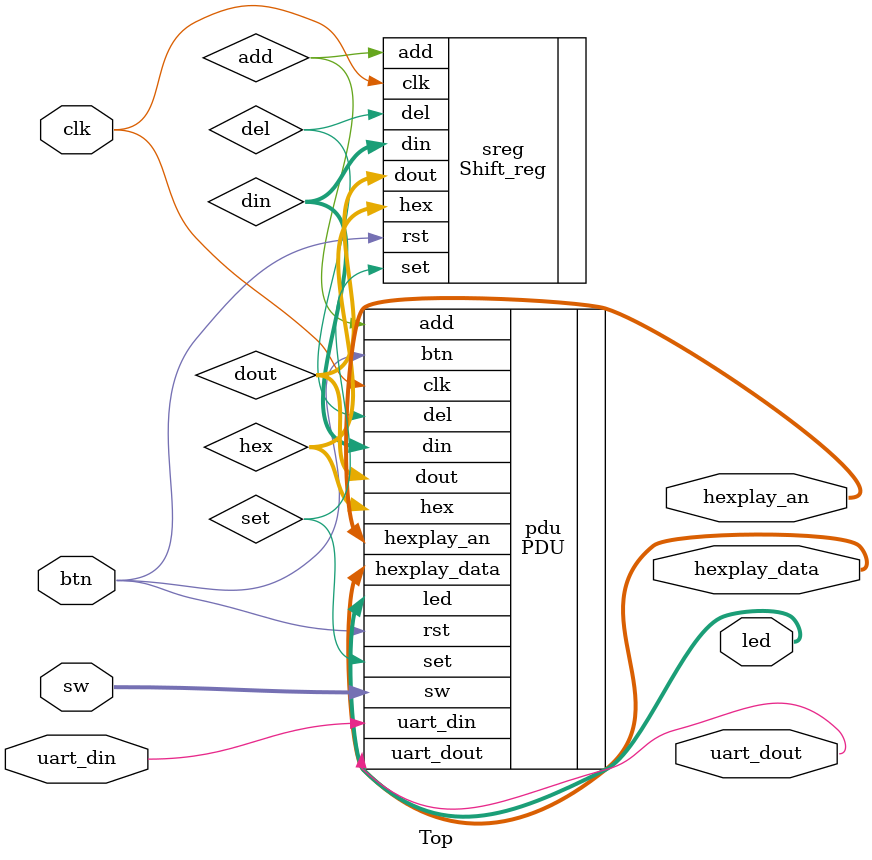
<source format=v>
`timescale 1ns / 1ps
/* 
 *   Author: wintermelon
 *   Last update: 2023.04.07
 */

module Top(
    input clk,	// system clock

    // Input: buttons and switches
    input btn,      // button
    input [7:0] sw,	// sw7-0

    // Output: leds and segments	
    output [7:0] led,	            // led7-0
    output [2:0] hexplay_an,		// hexplay_an
    output [3:0] hexplay_data,		// hexplay_data

    // Uart: data transmission
    input uart_din,          // uart_tx
    output uart_dout        // uart_rx
);

    wire [31:0] dout, din;
    wire [3:0] hex;
    wire del, add, set;


    // PDU
    PDU pdu(
        .clk(clk),	
        .rst(btn),  

        // Input: buttons and switches
        .btn(btn),      
        .sw(sw),	

        // Output: leds and segments	
        .led(led),	            
        .hexplay_an(hexplay_an),		
        .hexplay_data(hexplay_data),	

        // Uart: data transmission
        .uart_din(uart_din),         
        .uart_dout(uart_dout),        

        // I/O bus:
        .dout(dout),
        .din(din),
        .hex(hex),
        
        // Control signals
        .add(add),          		
        .del(del),     
        .set(set)
    );

    // Shift register
    Shift_reg sreg(
        .clk(clk),	
        .rst(btn),       

        // I/O bus:
        .dout(dout),
        .din(din),
        .hex(hex),
        
        // Control signals
        .add(add),          		
        .del(del),     
        .set(set)
    );

endmodule

</source>
